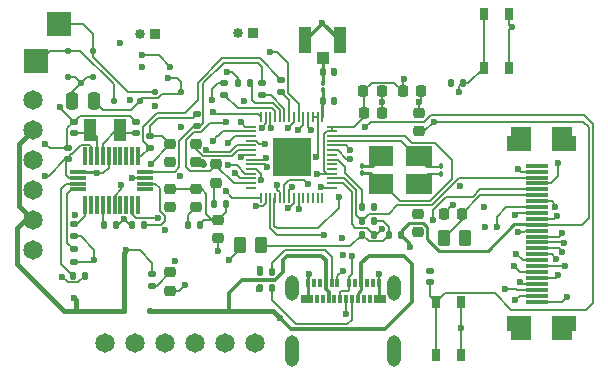
<source format=gbr>
%TF.GenerationSoftware,KiCad,Pcbnew,8.0.8*%
<<<<<<<< HEAD:Hardware/Gen3/OuterBoard/3.1/gerbers/OuterBoard_rev3.1-F_Cu.gbr
%TF.CreationDate,2025-02-18T00:43:55-08:00*%
========
%TF.CreationDate,2025-02-23T23:13:27-08:00*%
>>>>>>>> dcdd3553d01e5dd57f0d42a69398edb20d40e92e:Hardware/FabQuotes/JLCGen3/Gerber/OuterBoard_rev3.1-F_Cu.gbr
%TF.ProjectId,OuterBoard_rev3.1,4f757465-7242-46f6-9172-645f72657633,rev?*%
%TF.SameCoordinates,Original*%
%TF.FileFunction,Copper,L1,Top*%
%TF.FilePolarity,Positive*%
%FSLAX46Y46*%
G04 Gerber Fmt 4.6, Leading zero omitted, Abs format (unit mm)*
<<<<<<<< HEAD:Hardware/Gen3/OuterBoard/3.1/gerbers/OuterBoard_rev3.1-F_Cu.gbr
G04 Created by KiCad (PCBNEW 8.0.8) date 2025-02-18 00:43:55*
========
G04 Created by KiCad (PCBNEW 8.0.8) date 2025-02-23 23:13:27*
>>>>>>>> dcdd3553d01e5dd57f0d42a69398edb20d40e92e:Hardware/FabQuotes/JLCGen3/Gerber/OuterBoard_rev3.1-F_Cu.gbr
%MOMM*%
%LPD*%
G01*
G04 APERTURE LIST*
G04 Aperture macros list*
%AMRoundRect*
0 Rectangle with rounded corners*
0 $1 Rounding radius*
0 $2 $3 $4 $5 $6 $7 $8 $9 X,Y pos of 4 corners*
0 Add a 4 corners polygon primitive as box body*
4,1,4,$2,$3,$4,$5,$6,$7,$8,$9,$2,$3,0*
0 Add four circle primitives for the rounded corners*
1,1,$1+$1,$2,$3*
1,1,$1+$1,$4,$5*
1,1,$1+$1,$6,$7*
1,1,$1+$1,$8,$9*
0 Add four rect primitives between the rounded corners*
20,1,$1+$1,$2,$3,$4,$5,0*
20,1,$1+$1,$4,$5,$6,$7,0*
20,1,$1+$1,$6,$7,$8,$9,0*
20,1,$1+$1,$8,$9,$2,$3,0*%
%AMFreePoly0*
4,1,17,1.053536,0.803536,1.055000,0.800000,1.055000,-1.150000,1.053536,-1.153536,1.050000,-1.155000,-0.250000,-1.155000,-0.253536,-1.153536,-0.255000,-1.150000,-0.255000,-0.805000,-1.050000,-0.805000,-1.053536,-0.803536,-1.055000,-0.800000,-1.055000,0.800000,-1.053536,0.803536,-1.050000,0.805000,1.050000,0.805000,1.053536,0.803536,1.053536,0.803536,$1*%
%AMFreePoly1*
4,1,17,1.053536,0.803536,1.055000,0.800000,1.055000,-0.800000,1.053536,-0.803536,1.050000,-0.805000,0.255000,-0.805000,0.255000,-1.150000,0.253536,-1.153536,0.250000,-1.155000,-1.050000,-1.155000,-1.053536,-1.153536,-1.055000,-1.150000,-1.055000,0.800000,-1.053536,0.803536,-1.050000,0.805000,1.050000,0.805000,1.053536,0.803536,1.053536,0.803536,$1*%
G04 Aperture macros list end*
%TA.AperFunction,SMDPad,CuDef*%
%ADD10R,2.294000X1.682000*%
%TD*%
%TA.AperFunction,SMDPad,CuDef*%
%ADD11R,2.040000X1.682000*%
%TD*%
%TA.AperFunction,SMDPad,CuDef*%
%ADD12R,0.711200X0.990600*%
%TD*%
%TA.AperFunction,ComponentPad*%
%ADD13R,0.850000X0.850000*%
%TD*%
%TA.AperFunction,ComponentPad*%
%ADD14C,0.850000*%
%TD*%
%TA.AperFunction,SMDPad,CuDef*%
%ADD15RoundRect,0.225000X-0.225000X-0.250000X0.225000X-0.250000X0.225000X0.250000X-0.225000X0.250000X0*%
%TD*%
%TA.AperFunction,ComponentPad*%
%ADD16C,1.650000*%
%TD*%
%TA.AperFunction,SMDPad,CuDef*%
%ADD17RoundRect,0.100000X0.100000X-0.130000X0.100000X0.130000X-0.100000X0.130000X-0.100000X-0.130000X0*%
%TD*%
%TA.AperFunction,SMDPad,CuDef*%
%ADD18RoundRect,0.140000X-0.170000X0.140000X-0.170000X-0.140000X0.170000X-0.140000X0.170000X0.140000X0*%
%TD*%
%TA.AperFunction,SMDPad,CuDef*%
%ADD19RoundRect,0.225000X0.250000X-0.225000X0.250000X0.225000X-0.250000X0.225000X-0.250000X-0.225000X0*%
%TD*%
%TA.AperFunction,SMDPad,CuDef*%
%ADD20RoundRect,0.140000X0.170000X-0.140000X0.170000X0.140000X-0.170000X0.140000X-0.170000X-0.140000X0*%
%TD*%
%TA.AperFunction,SMDPad,CuDef*%
%ADD21RoundRect,0.225000X-0.250000X0.225000X-0.250000X-0.225000X0.250000X-0.225000X0.250000X0.225000X0*%
%TD*%
%TA.AperFunction,SMDPad,CuDef*%
%ADD22R,1.050000X2.200000*%
%TD*%
%TA.AperFunction,SMDPad,CuDef*%
%ADD23R,1.050000X1.000000*%
%TD*%
%TA.AperFunction,SMDPad,CuDef*%
%ADD24RoundRect,0.135000X0.135000X0.185000X-0.135000X0.185000X-0.135000X-0.185000X0.135000X-0.185000X0*%
%TD*%
%TA.AperFunction,SMDPad,CuDef*%
%ADD25RoundRect,0.218750X0.256250X-0.218750X0.256250X0.218750X-0.256250X0.218750X-0.256250X-0.218750X0*%
%TD*%
%TA.AperFunction,SMDPad,CuDef*%
%ADD26RoundRect,0.135000X-0.135000X-0.185000X0.135000X-0.185000X0.135000X0.185000X-0.135000X0.185000X0*%
%TD*%
%TA.AperFunction,SMDPad,CuDef*%
%ADD27R,1.968000X0.312000*%
%TD*%
%TA.AperFunction,SMDPad,CuDef*%
%ADD28R,1.968000X0.300000*%
%TD*%
%TA.AperFunction,SMDPad,CuDef*%
%ADD29FreePoly0,270.000000*%
%TD*%
%TA.AperFunction,SMDPad,CuDef*%
%ADD30FreePoly0,90.000000*%
%TD*%
%TA.AperFunction,SMDPad,CuDef*%
%ADD31FreePoly1,90.000000*%
%TD*%
%TA.AperFunction,SMDPad,CuDef*%
%ADD32FreePoly1,270.000000*%
%TD*%
%TA.AperFunction,SMDPad,CuDef*%
%ADD33RoundRect,0.100000X-0.100000X0.130000X-0.100000X-0.130000X0.100000X-0.130000X0.100000X0.130000X0*%
%TD*%
%TA.AperFunction,SMDPad,CuDef*%
%ADD34RoundRect,0.125000X-0.125000X0.125000X-0.125000X-0.125000X0.125000X-0.125000X0.125000X0.125000X0*%
%TD*%
%TA.AperFunction,SMDPad,CuDef*%
%ADD35RoundRect,0.135000X0.185000X-0.135000X0.185000X0.135000X-0.185000X0.135000X-0.185000X-0.135000X0*%
%TD*%
%TA.AperFunction,SMDPad,CuDef*%
%ADD36RoundRect,0.125000X0.125000X0.125000X-0.125000X0.125000X-0.125000X-0.125000X0.125000X-0.125000X0*%
%TD*%
%TA.AperFunction,SMDPad,CuDef*%
%ADD37RoundRect,0.218750X-0.256250X0.218750X-0.256250X-0.218750X0.256250X-0.218750X0.256250X0.218750X0*%
%TD*%
%TA.AperFunction,SMDPad,CuDef*%
%ADD38RoundRect,0.250000X0.262500X0.450000X-0.262500X0.450000X-0.262500X-0.450000X0.262500X-0.450000X0*%
%TD*%
%TA.AperFunction,SMDPad,CuDef*%
%ADD39RoundRect,0.140000X-0.140000X-0.170000X0.140000X-0.170000X0.140000X0.170000X-0.140000X0.170000X0*%
%TD*%
%TA.AperFunction,ComponentPad*%
%ADD40R,2.000000X2.000000*%
%TD*%
%TA.AperFunction,SMDPad,CuDef*%
%ADD41RoundRect,0.140000X0.140000X0.170000X-0.140000X0.170000X-0.140000X-0.170000X0.140000X-0.170000X0*%
%TD*%
%TA.AperFunction,SMDPad,CuDef*%
%ADD42R,0.300000X1.494000*%
%TD*%
%TA.AperFunction,SMDPad,CuDef*%
%ADD43R,1.456000X0.300000*%
%TD*%
%TA.AperFunction,SMDPad,CuDef*%
%ADD44RoundRect,0.135000X-0.185000X0.135000X-0.185000X-0.135000X0.185000X-0.135000X0.185000X0.135000X0*%
%TD*%
%TA.AperFunction,SMDPad,CuDef*%
%ADD45RoundRect,0.125000X-0.125000X-0.125000X0.125000X-0.125000X0.125000X0.125000X-0.125000X0.125000X0*%
%TD*%
%TA.AperFunction,SMDPad,CuDef*%
%ADD46R,1.100000X1.900000*%
%TD*%
%TA.AperFunction,SMDPad,CuDef*%
%ADD47RoundRect,0.250000X0.250000X0.475000X-0.250000X0.475000X-0.250000X-0.475000X0.250000X-0.475000X0*%
%TD*%
%TA.AperFunction,SMDPad,CuDef*%
%ADD48RoundRect,0.225000X0.225000X0.250000X-0.225000X0.250000X-0.225000X-0.250000X0.225000X-0.250000X0*%
%TD*%
%TA.AperFunction,SMDPad,CuDef*%
%ADD49RoundRect,0.050000X-0.050000X0.387500X-0.050000X-0.387500X0.050000X-0.387500X0.050000X0.387500X0*%
%TD*%
%TA.AperFunction,SMDPad,CuDef*%
%ADD50RoundRect,0.050000X-0.387500X0.050000X-0.387500X-0.050000X0.387500X-0.050000X0.387500X0.050000X0*%
%TD*%
%TA.AperFunction,HeatsinkPad*%
%ADD51R,3.200000X3.200000*%
%TD*%
%TA.AperFunction,SMDPad,CuDef*%
%ADD52R,0.330200X0.762000*%
%TD*%
%TA.AperFunction,SMDPad,CuDef*%
%ADD53R,1.041400X0.762000*%
%TD*%
%TA.AperFunction,ComponentPad*%
%ADD54O,1.168400X2.159000*%
%TD*%
%TA.AperFunction,ComponentPad*%
%ADD55O,1.168400X2.667000*%
%TD*%
%TA.AperFunction,ViaPad*%
%ADD56C,0.600000*%
%TD*%
%TA.AperFunction,Conductor*%
%ADD57C,0.300000*%
%TD*%
%TA.AperFunction,Conductor*%
%ADD58C,0.200000*%
%TD*%
%TA.AperFunction,Conductor*%
%ADD59C,0.254000*%
%TD*%
%TA.AperFunction,Conductor*%
%ADD60C,0.400000*%
%TD*%
G04 APERTURE END LIST*
D10*
%TO.P,Y2,1,1*%
%TO.N,Net-(U9-XTAL_N)*%
X142155800Y-88158400D03*
D11*
%TO.P,Y2,2,GND*%
%TO.N,GND*%
X138988800Y-88158400D03*
%TO.P,Y2,3,3*%
%TO.N,Net-(U9-XTAL_P)*%
X138988800Y-90540400D03*
D10*
%TO.P,Y2,4,GND*%
%TO.N,GND*%
X142155800Y-90540400D03*
%TD*%
D12*
%TO.P,SW3,1,1*%
%TO.N,CHIP_EN*%
X143611600Y-105003600D03*
%TO.P,SW3,2,2*%
X143611600Y-100503598D03*
%TO.P,SW3,3,3*%
%TO.N,GND*%
X145761598Y-105003600D03*
%TO.P,SW3,4,4*%
X145761598Y-100503598D03*
%TD*%
%TO.P,SW1,1,1*%
%TO.N,GPIO0*%
X147667401Y-80659801D03*
%TO.P,SW1,2,2*%
X147667401Y-76159799D03*
%TO.P,SW1,3,3*%
%TO.N,GND*%
X149817399Y-80659801D03*
%TO.P,SW1,4,4*%
X149817399Y-76159799D03*
%TD*%
D13*
%TO.P,J4,1,1*%
%TO.N,+BATT2*%
X128117600Y-77749400D03*
D14*
%TO.P,J4,2,2*%
%TO.N,GNDPWR*%
X126867600Y-77749400D03*
%TD*%
D13*
%TO.P,J3,1,1*%
%TO.N,+BATT1*%
X119837200Y-77800200D03*
D14*
%TO.P,J3,2,2*%
%TO.N,GNDPWR*%
X118587200Y-77800200D03*
%TD*%
D15*
%TO.P,C32,1*%
%TO.N,+3.3V*%
X137464200Y-82677000D03*
%TO.P,C32,2*%
%TO.N,GND*%
X139014200Y-82677000D03*
%TD*%
D16*
%TO.P,J2,1*%
%TO.N,GPIO45*%
X115620800Y-104013000D03*
%TO.P,J2,2*%
%TO.N,GPIO46*%
X118160800Y-104013000D03*
%TO.P,J2,3*%
%TO.N,IO21{slash}USER_LED*%
X120700800Y-104013000D03*
%TO.P,J2,4*%
%TO.N,D10{slash}A10{slash}MOSI*%
X123240800Y-104013000D03*
%TO.P,J2,5*%
%TO.N,D9{slash}A9{slash}MISO*%
X125780800Y-104013000D03*
%TO.P,J2,6*%
%TO.N,D8{slash}A8{slash}SCK*%
X128320800Y-104013000D03*
%TD*%
D17*
%TO.P,C43,1*%
%TO.N,Net-(U9-XTAL_P)*%
X137320000Y-89620000D03*
%TO.P,C43,2*%
%TO.N,GND*%
X137320000Y-88980000D03*
%TD*%
D18*
%TO.P,R13,1*%
%TO.N,+3.3V*%
X143078200Y-97868800D03*
%TO.P,R13,2*%
%TO.N,CHIP_EN*%
X143078200Y-98828800D03*
%TD*%
D19*
%TO.P,C9,1*%
%TO.N,+2V8*%
X142138400Y-86030400D03*
%TO.P,C9,2*%
%TO.N,GND*%
X142138400Y-84480400D03*
%TD*%
D20*
%TO.P,C31,1*%
%TO.N,Net-(U8-XOUT32)*%
X118217000Y-86230400D03*
%TO.P,C31,2*%
%TO.N,GND*%
X118217000Y-85270400D03*
%TD*%
D21*
%TO.P,C40,1*%
%TO.N,+3.3V*%
X123266200Y-87144600D03*
%TO.P,C40,2*%
%TO.N,GND*%
X123266200Y-88694600D03*
%TD*%
D22*
%TO.P,ANT1,GND1*%
%TO.N,GND*%
X132535000Y-78335000D03*
%TO.P,ANT1,GND2*%
X135485000Y-78335000D03*
D23*
%TO.P,ANT1,SIG*%
%TO.N,Net-(ANT1-PadSIG)*%
X134010000Y-79860000D03*
%TD*%
D21*
%TO.P,C39,1*%
%TO.N,+3.3V*%
X121132600Y-87144600D03*
%TO.P,C39,2*%
%TO.N,GND*%
X121132600Y-88694600D03*
%TD*%
D24*
%TO.P,R21,1*%
%TO.N,Net-(J5-PadB5)*%
X129743200Y-99314000D03*
%TO.P,R21,2*%
%TO.N,GND*%
X128723200Y-99314000D03*
%TD*%
D25*
%TO.P,D8,1,K*%
%TO.N,GND*%
X121107200Y-99568100D03*
%TO.P,D8,2,A*%
%TO.N,Net-(D8-A)*%
X121107200Y-97993100D03*
%TD*%
D21*
%TO.P,C37,1*%
%TO.N,+3.3V*%
X125145800Y-93560600D03*
%TO.P,C37,2*%
%TO.N,GND*%
X125145800Y-95110600D03*
%TD*%
D26*
%TO.P,R6,1*%
%TO.N,Net-(R6-Pad1)*%
X139670600Y-94818200D03*
%TO.P,R6,2*%
%TO.N,+2V8*%
X140690600Y-94818200D03*
%TD*%
D27*
%TO.P,J10,1,1*%
%TO.N,unconnected-(J10-Pad1)*%
X152171500Y-88972600D03*
D28*
%TO.P,J10,2,2*%
%TO.N,GND*%
X152171500Y-89466600D03*
%TO.P,J10,3,3*%
%TO.N,MTDO{slash}IO40{slash}CAM_SDA*%
X152171500Y-89966600D03*
%TO.P,J10,4,4*%
%TO.N,Net-(FB1-Pad2)*%
X152171500Y-90466600D03*
%TO.P,J10,5,5*%
%TO.N,MTCK{slash}IO39{slash}CAM_SCL*%
X152171500Y-90966600D03*
%TO.P,J10,6,6*%
%TO.N,CAM_RESET*%
X152171500Y-91466600D03*
%TO.P,J10,7,7*%
%TO.N,IO38{slash}DVP_VSYNC*%
X152171500Y-91966600D03*
%TO.P,J10,8,8*%
%TO.N,Net-(J10-Pad8)*%
X152171500Y-92466600D03*
%TO.P,J10,9,9*%
%TO.N,IO47{slash}DVP_HREF*%
X152171500Y-92966600D03*
%TO.P,J10,10,10*%
%TO.N,+1V8*%
X152171500Y-93466600D03*
%TO.P,J10,11,11*%
%TO.N,+2V8*%
X152171500Y-93966600D03*
%TO.P,J10,12,12*%
%TO.N,IO48{slash}DVP_Y9*%
X152171500Y-94466600D03*
%TO.P,J10,13,13*%
%TO.N,IO10{slash}XMCLK*%
X152171500Y-94966600D03*
%TO.P,J10,14,14*%
%TO.N,IO11{slash}DVP_Y8*%
X152171500Y-95466600D03*
%TO.P,J10,15,15*%
%TO.N,GND*%
X152171500Y-95966600D03*
%TO.P,J10,16,16*%
%TO.N,IO12{slash}DVP_Y7*%
X152171500Y-96466600D03*
%TO.P,J10,17,17*%
%TO.N,IO13{slash}DVP_PCLK*%
X152171500Y-96966600D03*
%TO.P,J10,18,18*%
%TO.N,IO14{slash}DVP_Y6*%
X152171500Y-97466600D03*
%TO.P,J10,19,19*%
%TO.N,IO15{slash}DVP_Y2*%
X152171500Y-97966600D03*
%TO.P,J10,20,20*%
%TO.N,IO16{slash}DVP_Y5*%
X152171500Y-98466600D03*
%TO.P,J10,21,21*%
%TO.N,IO17{slash}DVP_Y3*%
X152171500Y-98966600D03*
%TO.P,J10,22,22*%
%TO.N,IO18{slash}DVP_Y4*%
X152171500Y-99466600D03*
%TO.P,J10,23,23*%
%TO.N,GND*%
X152171500Y-99966600D03*
%TO.P,J10,24,24*%
%TO.N,Net-(D7-K)*%
X152171500Y-100466600D03*
D29*
%TO.P,J10,S1*%
%TO.N,N/C*%
X150787500Y-86716600D03*
D30*
X154298500Y-102717600D03*
D31*
%TO.P,J10,S2*%
X154298500Y-86717600D03*
D32*
X150787500Y-102716600D03*
%TD*%
D33*
%TO.P,C45,1*%
%TO.N,Net-(U9-XTAL_N)*%
X144060000Y-89020000D03*
%TO.P,C45,2*%
%TO.N,GND*%
X144060000Y-89660000D03*
%TD*%
D34*
%TO.P,D2,1,K*%
%TO.N,Net-(D2-K)*%
X114554000Y-79222600D03*
%TO.P,D2,2,A*%
%TO.N,GNDPWR*%
X114554000Y-81422600D03*
%TD*%
D35*
%TO.P,R3,1*%
%TO.N,D3{slash}A3*%
X128879600Y-83009200D03*
%TO.P,R3,2*%
%TO.N,BNO_SCL*%
X128879600Y-81989200D03*
%TD*%
D15*
%TO.P,C42,1*%
%TO.N,+3.3V*%
X137502600Y-84505800D03*
%TO.P,C42,2*%
%TO.N,GND*%
X139052600Y-84505800D03*
%TD*%
D36*
%TO.P,D3,1,K*%
%TO.N,VCC*%
X118516400Y-83464400D03*
%TO.P,D3,2,A*%
%TO.N,Net-(D1-K)*%
X116316400Y-83464400D03*
%TD*%
D35*
%TO.P,R20,1*%
%TO.N,D5{slash}I2C_SCL*%
X125704600Y-82983800D03*
%TO.P,R20,2*%
%TO.N,BNO_RST*%
X125704600Y-81963800D03*
%TD*%
D24*
%TO.P,R7,1*%
%TO.N,Net-(R6-Pad1)*%
X138379200Y-93624400D03*
%TO.P,R7,2*%
%TO.N,MTDO{slash}IO40{slash}CAM_SDA*%
X137359200Y-93624400D03*
%TD*%
%TO.P,R26,1*%
%TO.N,Net-(J5-PadA5)*%
X129743200Y-97967800D03*
%TO.P,R26,2*%
%TO.N,GND*%
X128723200Y-97967800D03*
%TD*%
D37*
%TO.P,D9,1,K*%
%TO.N,IO21{slash}USER_LED*%
X124993400Y-88849200D03*
%TO.P,D9,2,A*%
%TO.N,Net-(D9-A)*%
X124993400Y-90424200D03*
%TD*%
D20*
%TO.P,C30,1*%
%TO.N,Net-(U8-XIN32)*%
X112933800Y-86207600D03*
%TO.P,C30,2*%
%TO.N,GND*%
X112933800Y-85247600D03*
%TD*%
D38*
%TO.P,R8,1*%
%TO.N,Net-(R6-Pad1)*%
X128832500Y-95680000D03*
%TO.P,R8,2*%
%TO.N,+3.3V*%
X127007500Y-95680000D03*
%TD*%
D39*
%TO.P,C29,1*%
%TO.N,Net-(U8-CAP)*%
X115521800Y-94005400D03*
%TO.P,C29,2*%
%TO.N,GND*%
X116481800Y-94005400D03*
%TD*%
D40*
%TO.P,TP1,1,1*%
%TO.N,Net-(D1-K)*%
X109728000Y-80137000D03*
%TD*%
D41*
%TO.P,C41,1*%
%TO.N,+3.3V*%
X123593800Y-93954600D03*
%TO.P,C41,2*%
%TO.N,GND*%
X122633800Y-93954600D03*
%TD*%
D21*
%TO.P,C36,1*%
%TO.N,+3.3V*%
X121132600Y-90954600D03*
%TO.P,C36,2*%
%TO.N,GND*%
X121132600Y-92504600D03*
%TD*%
D24*
%TO.P,R22,1*%
%TO.N,+3.3V*%
X113893600Y-98272600D03*
%TO.P,R22,2*%
%TO.N,Net-(U8-NBOOT_LOAD_PIN)*%
X112873600Y-98272600D03*
%TD*%
D26*
%TO.P,R31,1*%
%TO.N,Net-(U9-U0TXD)*%
X137361200Y-92456000D03*
%TO.P,R31,2*%
%TO.N,TX_D6*%
X138381200Y-92456000D03*
%TD*%
D19*
%TO.P,C18,1*%
%TO.N,+3.3V*%
X142087600Y-94577200D03*
%TO.P,C18,2*%
%TO.N,GND*%
X142087600Y-93027200D03*
%TD*%
D26*
%TO.P,R9,1*%
%TO.N,Net-(R6-Pad1)*%
X137361200Y-94792800D03*
%TO.P,R9,2*%
%TO.N,MTCK{slash}IO39{slash}CAM_SCL*%
X138381200Y-94792800D03*
%TD*%
D38*
%TO.P,R10,1*%
%TO.N,+3.3V*%
X146098900Y-95123000D03*
%TO.P,R10,2*%
%TO.N,CAM_RESET*%
X144273900Y-95123000D03*
%TD*%
D39*
%TO.P,R14,1*%
%TO.N,+3.3V*%
X144909600Y-81965800D03*
%TO.P,R14,2*%
%TO.N,GPIO0*%
X145869600Y-81965800D03*
%TD*%
D40*
%TO.P,TP2,1,1*%
%TO.N,Net-(D2-K)*%
X111683800Y-76962000D03*
%TD*%
D24*
%TO.P,R18,1*%
%TO.N,Net-(U8-COM3)*%
X118924800Y-94005400D03*
%TO.P,R18,2*%
%TO.N,GND*%
X117904800Y-94005400D03*
%TD*%
D42*
%TO.P,U8,1*%
%TO.N,N/C*%
X113900200Y-88184200D03*
D43*
%TO.P,U8,2,GND*%
%TO.N,GND*%
X113322200Y-89481200D03*
%TO.P,U8,3,VDD*%
%TO.N,+3.3V*%
X113322200Y-89981200D03*
%TO.P,U8,4,NBOOT_LOAD_PIN*%
%TO.N,Net-(U8-NBOOT_LOAD_PIN)*%
X113322200Y-90481200D03*
%TO.P,U8,5,PS1*%
%TO.N,Net-(U8-PS1)*%
X113322200Y-90981200D03*
D42*
%TO.P,U8,6,PS0*%
%TO.N,Net-(U8-PS0)*%
X113900200Y-92278200D03*
%TO.P,U8,7*%
%TO.N,N/C*%
X114400200Y-92278200D03*
%TO.P,U8,8*%
X114900200Y-92278200D03*
%TO.P,U8,9,CAP*%
%TO.N,Net-(U8-CAP)*%
X115400200Y-92278200D03*
%TO.P,U8,10,PIN10*%
%TO.N,unconnected-(U8-PIN10-Pad10)*%
X115900200Y-92278200D03*
%TO.P,U8,11,NRESET*%
%TO.N,BNO_RST*%
X116400200Y-92278200D03*
%TO.P,U8,12*%
%TO.N,N/C*%
X116900200Y-92278200D03*
%TO.P,U8,13*%
X117400200Y-92278200D03*
%TO.P,U8,14,INT*%
%TO.N,BNO_INT*%
X117900200Y-92278200D03*
%TO.P,U8,15,PIN15*%
%TO.N,unconnected-(U8-PIN15-Pad15)*%
X118400200Y-92278200D03*
D43*
%TO.P,U8,16,PIN16*%
%TO.N,unconnected-(U8-PIN16-Pad16)*%
X118978200Y-90981200D03*
%TO.P,U8,17,COM3*%
%TO.N,Net-(U8-COM3)*%
X118978200Y-90481200D03*
%TO.P,U8,18,COM2*%
%TO.N,GND*%
X118978200Y-89981200D03*
%TO.P,U8,19,COM1*%
%TO.N,BNO_SCL*%
X118978200Y-89481200D03*
D42*
%TO.P,U8,20,COM0*%
%TO.N,BNO_SDA*%
X118400200Y-88184200D03*
%TO.P,U8,21*%
%TO.N,N/C*%
X117900200Y-88184200D03*
%TO.P,U8,22*%
X117400200Y-88184200D03*
%TO.P,U8,23*%
X116900200Y-88184200D03*
%TO.P,U8,24*%
X116400200Y-88184200D03*
%TO.P,U8,25,GNDIO*%
%TO.N,GND*%
X115900200Y-88184200D03*
%TO.P,U8,26,XOUT32*%
%TO.N,Net-(U8-XOUT32)*%
X115400200Y-88184200D03*
%TO.P,U8,27,XIN32*%
%TO.N,Net-(U8-XIN32)*%
X114900200Y-88184200D03*
%TO.P,U8,28,VDDIO*%
%TO.N,+3.3V*%
X114400200Y-88184200D03*
%TD*%
D17*
%TO.P,L1,1,1*%
%TO.N,Net-(U9-LNA_IN)*%
X134010000Y-82580000D03*
%TO.P,L1,2,2*%
%TO.N,Net-(ANT1-PadSIG)*%
X134010000Y-81940000D03*
%TD*%
D26*
%TO.P,R15,1*%
%TO.N,Net-(D9-A)*%
X124837000Y-92202000D03*
%TO.P,R15,2*%
%TO.N,+3.3V*%
X125857000Y-92202000D03*
%TD*%
D44*
%TO.P,R16,1*%
%TO.N,Net-(U8-PS1)*%
X112953800Y-96060800D03*
%TO.P,R16,2*%
%TO.N,GND*%
X112953800Y-97080800D03*
%TD*%
D24*
%TO.P,R2,1*%
%TO.N,D4{slash}I2C_SDA*%
X127840200Y-81991200D03*
%TO.P,R2,2*%
%TO.N,BNO_INT*%
X126820200Y-81991200D03*
%TD*%
D34*
%TO.P,D1,1,K*%
%TO.N,Net-(D1-K)*%
X112420400Y-79222600D03*
%TO.P,D1,2,A*%
%TO.N,GNDPWR*%
X112420400Y-81422600D03*
%TD*%
D39*
%TO.P,C35,1*%
%TO.N,Net-(U9-LNA_IN)*%
X134015600Y-83515200D03*
%TO.P,C35,2*%
%TO.N,GND*%
X134975600Y-83515200D03*
%TD*%
D35*
%TO.P,R23,1*%
%TO.N,Net-(D8-A)*%
X119583200Y-99114800D03*
%TO.P,R23,2*%
%TO.N,VDC*%
X119583200Y-98094800D03*
%TD*%
D15*
%TO.P,C17,1*%
%TO.N,+3.3V*%
X140779200Y-82677000D03*
%TO.P,C17,2*%
%TO.N,GND*%
X142329200Y-82677000D03*
%TD*%
D35*
%TO.P,R19,1*%
%TO.N,D2{slash}A2*%
X130530600Y-82755200D03*
%TO.P,R19,2*%
%TO.N,BNO_SDA*%
X130530600Y-81735200D03*
%TD*%
D45*
%TO.P,D5,1,K*%
%TO.N,VDC*%
X117162400Y-101244400D03*
%TO.P,D5,2,A*%
%TO.N,+5V*%
X119362400Y-101244400D03*
%TD*%
D44*
%TO.P,R17,1*%
%TO.N,Net-(U8-PS0)*%
X112953800Y-93927200D03*
%TO.P,R17,2*%
%TO.N,GND*%
X112953800Y-94947200D03*
%TD*%
D46*
%TO.P,Y1,1*%
%TO.N,Net-(U8-XOUT32)*%
X116820000Y-85928200D03*
%TO.P,Y1,2*%
%TO.N,Net-(U8-XIN32)*%
X114320000Y-85928200D03*
%TD*%
D47*
%TO.P,C1,1*%
%TO.N,VCC*%
X114691200Y-83464400D03*
%TO.P,C1,2*%
%TO.N,GNDPWR*%
X112791200Y-83464400D03*
%TD*%
D39*
%TO.P,C33,1*%
%TO.N,Net-(ANT1-PadSIG)*%
X134015600Y-81000000D03*
%TO.P,C33,2*%
%TO.N,GND*%
X134975600Y-81000000D03*
%TD*%
D36*
%TO.P,D4,1,K*%
%TO.N,VCC*%
X121996200Y-82727800D03*
%TO.P,D4,2,A*%
%TO.N,Net-(D2-K)*%
X119796200Y-82727800D03*
%TD*%
D44*
%TO.P,R12,1*%
%TO.N,+3.3V*%
X119380000Y-86459600D03*
%TO.P,R12,2*%
%TO.N,BNO_SDA*%
X119380000Y-87479600D03*
%TD*%
D21*
%TO.P,C34,1*%
%TO.N,+3.3V*%
X123266200Y-90954600D03*
%TO.P,C34,2*%
%TO.N,GND*%
X123266200Y-92504600D03*
%TD*%
D44*
%TO.P,R11,1*%
%TO.N,+3.3V*%
X123342400Y-84556600D03*
%TO.P,R11,2*%
%TO.N,BNO_SCL*%
X123342400Y-85576600D03*
%TD*%
D20*
%TO.P,C28,1*%
%TO.N,+3.3V*%
X112420400Y-88440200D03*
%TO.P,C28,2*%
%TO.N,GND*%
X112420400Y-87480200D03*
%TD*%
D48*
%TO.P,C15,1*%
%TO.N,CAM_RESET*%
X145822000Y-93014800D03*
%TO.P,C15,2*%
%TO.N,GND*%
X144272000Y-93014800D03*
%TD*%
D16*
%TO.P,J1,1*%
%TO.N,GNDPWR*%
X109524800Y-96113600D03*
%TO.P,J1,2*%
%TO.N,VDC*%
X109524800Y-93573600D03*
%TO.P,J1,3*%
%TO.N,D1{slash}A1*%
X109524800Y-91033600D03*
%TO.P,J1,4*%
%TO.N,GNDPWR*%
X109524800Y-88493600D03*
%TO.P,J1,5*%
%TO.N,VDC*%
X109524800Y-85953600D03*
%TO.P,J1,6*%
%TO.N,D0{slash}A0*%
X109524800Y-83413600D03*
%TD*%
D49*
%TO.P,U9,1,LNA_IN*%
%TO.N,Net-(U9-LNA_IN)*%
X133987500Y-84811300D03*
%TO.P,U9,2,VDD3P3*%
%TO.N,Net-(C38-Pad1)*%
X133587500Y-84811300D03*
%TO.P,U9,3,VDD3P3*%
X133187500Y-84811300D03*
%TO.P,U9,4,CHIP_PU*%
%TO.N,CHIP_EN*%
X132787500Y-84811300D03*
%TO.P,U9,5,GPIO0*%
%TO.N,GPIO0*%
X132387500Y-84811300D03*
%TO.P,U9,6,GPIO1*%
%TO.N,D0{slash}A0*%
X131987500Y-84811300D03*
%TO.P,U9,7,GPIO2*%
%TO.N,D1{slash}A1*%
X131587500Y-84811300D03*
%TO.P,U9,8,GPIO3*%
%TO.N,D2{slash}A2*%
X131187500Y-84811300D03*
%TO.P,U9,9,GPIO4*%
%TO.N,D3{slash}A3*%
X130787500Y-84811300D03*
%TO.P,U9,10,GPIO5*%
%TO.N,D4{slash}I2C_SDA*%
X130387500Y-84811300D03*
%TO.P,U9,11,GPIO6*%
%TO.N,D5{slash}I2C_SCL*%
X129987500Y-84811300D03*
%TO.P,U9,12,GPIO7*%
%TO.N,D8{slash}A8{slash}SCK*%
X129587500Y-84811300D03*
%TO.P,U9,13,GPIO8*%
%TO.N,D9{slash}A9{slash}MISO*%
X129187500Y-84811300D03*
%TO.P,U9,14,GPIO9*%
%TO.N,D10{slash}A10{slash}MOSI*%
X128787500Y-84811300D03*
D50*
%TO.P,U9,15,GPIO10*%
%TO.N,IO10{slash}XMCLK*%
X127950000Y-85648800D03*
%TO.P,U9,16,GPIO11*%
%TO.N,IO11{slash}DVP_Y8*%
X127950000Y-86048800D03*
%TO.P,U9,17,GPIO12*%
%TO.N,IO12{slash}DVP_Y7*%
X127950000Y-86448800D03*
%TO.P,U9,18,GPIO13*%
%TO.N,IO13{slash}DVP_PCLK*%
X127950000Y-86848800D03*
%TO.P,U9,19,GPIO14*%
%TO.N,IO14{slash}DVP_Y6*%
X127950000Y-87248800D03*
%TO.P,U9,20,VDD3P3_RTC*%
%TO.N,+3.3V*%
X127950000Y-87648800D03*
%TO.P,U9,21,XTAL_32K_P*%
%TO.N,IO15{slash}DVP_Y2*%
X127950000Y-88048800D03*
%TO.P,U9,22,XTAL_32K_N*%
%TO.N,IO16{slash}DVP_Y5*%
X127950000Y-88448800D03*
%TO.P,U9,23,GPIO17*%
%TO.N,IO17{slash}DVP_Y3*%
X127950000Y-88848800D03*
%TO.P,U9,24,GPIO18*%
%TO.N,IO18{slash}DVP_Y4*%
X127950000Y-89248800D03*
%TO.P,U9,25,GPIO19*%
%TO.N,USB_DN*%
X127950000Y-89648800D03*
%TO.P,U9,26,GPIO20*%
%TO.N,USB_DP*%
X127950000Y-90048800D03*
%TO.P,U9,27,GPIO21*%
%TO.N,IO21{slash}USER_LED*%
X127950000Y-90448800D03*
%TO.P,U9,28,SPICS1*%
%TO.N,unconnected-(U9-SPICS1-Pad28)*%
X127950000Y-90848800D03*
D49*
%TO.P,U9,29,VDD_SPI*%
%TO.N,VDD_SPI*%
X128787500Y-91686300D03*
%TO.P,U9,30,SPIHD*%
%TO.N,SPIHD*%
X129187500Y-91686300D03*
%TO.P,U9,31,SPIWP*%
%TO.N,SPIWP*%
X129587500Y-91686300D03*
%TO.P,U9,32,SPICS0*%
%TO.N,SPICS0*%
X129987500Y-91686300D03*
%TO.P,U9,33,SPICLK*%
%TO.N,SPICLK*%
X130387500Y-91686300D03*
%TO.P,U9,34,SPIQ*%
%TO.N,SPIQ*%
X130787500Y-91686300D03*
%TO.P,U9,35,SPID*%
%TO.N,SPID*%
X131187500Y-91686300D03*
%TO.P,U9,36,SPICLK_N*%
%TO.N,IO48{slash}DVP_Y9*%
X131587500Y-91686300D03*
%TO.P,U9,37,SPICLK_P*%
%TO.N,IO47{slash}DVP_HREF*%
X131987500Y-91686300D03*
%TO.P,U9,38,GPIO33*%
%TO.N,GPIO33*%
X132387500Y-91686300D03*
%TO.P,U9,39,GPIO34*%
%TO.N,GPIO34*%
X132787500Y-91686300D03*
%TO.P,U9,40,GPIO35*%
%TO.N,GPIO35*%
X133187500Y-91686300D03*
%TO.P,U9,41,GPIO36*%
%TO.N,GPIO36*%
X133587500Y-91686300D03*
%TO.P,U9,42,GPIO37*%
%TO.N,GPIO37*%
X133987500Y-91686300D03*
D50*
%TO.P,U9,43,GPIO38*%
%TO.N,IO38{slash}DVP_VSYNC*%
X134825000Y-90848800D03*
%TO.P,U9,44,MTCK*%
%TO.N,MTCK{slash}IO39{slash}CAM_SCL*%
X134825000Y-90448800D03*
%TO.P,U9,45,MTDO*%
%TO.N,MTDO{slash}IO40{slash}CAM_SDA*%
X134825000Y-90048800D03*
%TO.P,U9,46,VDD3P3_CPU*%
%TO.N,+3.3V*%
X134825000Y-89648800D03*
%TO.P,U9,47,MTDI*%
%TO.N,MTDI{slash}IO41{slash}PDM_DATA*%
X134825000Y-89248800D03*
%TO.P,U9,48,MTMS*%
%TO.N,MTMS{slash}IO42{slash}PDM_CLK*%
X134825000Y-88848800D03*
%TO.P,U9,49,U0TXD*%
%TO.N,Net-(U9-U0TXD)*%
X134825000Y-88448800D03*
%TO.P,U9,50,U0RXD*%
%TO.N,RX_D7*%
X134825000Y-88048800D03*
%TO.P,U9,51,GPIO45*%
%TO.N,GPIO45*%
X134825000Y-87648800D03*
%TO.P,U9,52,GPIO46*%
%TO.N,GPIO46*%
X134825000Y-87248800D03*
%TO.P,U9,53,XTAL_N*%
%TO.N,Net-(U9-XTAL_N)*%
X134825000Y-86848800D03*
%TO.P,U9,54,XTAL_P*%
%TO.N,Net-(U9-XTAL_P)*%
X134825000Y-86448800D03*
%TO.P,U9,55,VDDA*%
%TO.N,+3.3V*%
X134825000Y-86048800D03*
%TO.P,U9,56,VDDA*%
X134825000Y-85648800D03*
D51*
%TO.P,U9,57,GND*%
%TO.N,GND*%
X131387500Y-88248800D03*
%TD*%
D52*
%TO.P,J5,A1,A1*%
%TO.N,GND*%
X132770000Y-98940299D03*
%TO.P,J5,A2,A2*%
%TO.N,unconnected-(J5-PadA2)*%
X133269999Y-98940299D03*
%TO.P,J5,A3,A3*%
%TO.N,unconnected-(J5-PadA3)*%
X133770001Y-98940299D03*
%TO.P,J5,A4,A4*%
%TO.N,+5V*%
X134270000Y-98940299D03*
%TO.P,J5,A5,A5*%
%TO.N,Net-(J5-PadA5)*%
X134769999Y-98940299D03*
%TO.P,J5,A6,A6*%
%TO.N,USB_DP*%
X135270000Y-98940299D03*
%TO.P,J5,A7,A7*%
%TO.N,USB_DN*%
X136270000Y-98940299D03*
%TO.P,J5,A8,A8*%
%TO.N,unconnected-(J5-PadA8)*%
X136770001Y-98940299D03*
%TO.P,J5,A9,A9*%
%TO.N,+5V*%
X137270000Y-98940299D03*
%TO.P,J5,A10,A10*%
%TO.N,unconnected-(J5-PadA10)*%
X137769999Y-98940299D03*
%TO.P,J5,A11,A11*%
%TO.N,unconnected-(J5-PadA11)*%
X138270001Y-98940299D03*
%TO.P,J5,A12,A12*%
%TO.N,GND*%
X138770000Y-98940299D03*
D53*
%TO.P,J5,B12,B12*%
X132670000Y-100240301D03*
D52*
%TO.P,J5,B11,B11*%
%TO.N,unconnected-(J5-PadB11)*%
X133519999Y-100240301D03*
%TO.P,J5,B10,B10*%
%TO.N,unconnected-(J5-PadB10)*%
X134020001Y-100240301D03*
%TO.P,J5,B9,B9*%
%TO.N,+5V*%
X134520000Y-100240301D03*
%TO.P,J5,B8,B8*%
%TO.N,unconnected-(J5-PadB8)*%
X135019999Y-100240301D03*
%TO.P,J5,B7,B7*%
%TO.N,USB_DN*%
X135520000Y-100240301D03*
%TO.P,J5,B6,B6*%
%TO.N,USB_DP*%
X136020000Y-100240301D03*
%TO.P,J5,B5,B5*%
%TO.N,Net-(J5-PadB5)*%
X136520001Y-100240301D03*
%TO.P,J5,B4,B4*%
%TO.N,+5V*%
X137020000Y-100240301D03*
%TO.P,J5,B3,B3*%
%TO.N,unconnected-(J5-PadB3)*%
X137519999Y-100240301D03*
%TO.P,J5,B2,B2*%
%TO.N,unconnected-(J5-PadB2)*%
X138020001Y-100240301D03*
D53*
%TO.P,J5,B1,B1*%
%TO.N,GND*%
X138870000Y-100240301D03*
D54*
%TO.P,J5,27*%
%TO.N,N/C*%
X131449998Y-99319300D03*
%TO.P,J5,28*%
X140090002Y-99319300D03*
D55*
%TO.P,J5,25*%
X131449998Y-104679300D03*
%TO.P,J5,26*%
X140090002Y-104679300D03*
%TD*%
D56*
%TO.N,GND*%
X132860000Y-98100000D03*
X138780000Y-98160000D03*
%TO.N,USB_DP*%
X135962801Y-101549200D03*
X135712200Y-97890000D03*
%TO.N,GND*%
X147726400Y-94157800D03*
X114935000Y-89611200D03*
X121132600Y-92504600D03*
X142111489Y-93007223D03*
X121488200Y-97002600D03*
X145669000Y-90678000D03*
X154263252Y-96239441D03*
X123910000Y-88790000D03*
X120802400Y-88646600D03*
X110540800Y-87096600D03*
X150320000Y-100336400D03*
X145084800Y-92284600D03*
X150571200Y-89230200D03*
X113030000Y-93116400D03*
X128730000Y-97690000D03*
X142028800Y-90476900D03*
X147650200Y-92456000D03*
X117889684Y-89981291D03*
X123266200Y-92532200D03*
X131069477Y-88457575D03*
X111749000Y-84037600D03*
X139238800Y-88206400D03*
X122047000Y-85648800D03*
X128652394Y-99384806D03*
X114681000Y-96926400D03*
X125196600Y-96164400D03*
X122351800Y-99034600D03*
X135661400Y-95097600D03*
X139065000Y-83540600D03*
X134970000Y-83510000D03*
X117201071Y-93477539D03*
X134970000Y-80990000D03*
X134000000Y-76850000D03*
X145770600Y-102743000D03*
X121943122Y-89829707D03*
X142189200Y-83540600D03*
X150012400Y-77241400D03*
%TO.N,VCC*%
X120954800Y-81538800D03*
%TO.N,+2V8*%
X143408400Y-85242400D03*
X141452600Y-95885000D03*
%TO.N,VDC*%
X117396700Y-96139000D03*
X113004600Y-100152200D03*
X121107200Y-80568800D03*
X118688700Y-79618800D03*
%TO.N,Net-(D7-K)*%
X154686000Y-100101400D03*
%TO.N,+3.3V*%
X140944600Y-81584800D03*
X123266200Y-90954600D03*
X126100000Y-96920000D03*
X120802400Y-87096600D03*
X146098900Y-95123000D03*
X111988600Y-98348800D03*
X144909600Y-81965800D03*
X142087600Y-94589600D03*
X119483800Y-88793400D03*
X123153000Y-87031400D03*
X133527800Y-89662000D03*
X110515400Y-89814400D03*
X143078200Y-97866200D03*
%TO.N,+1V8*%
X153847800Y-93192600D03*
X120700800Y-94411800D03*
%TO.N,Net-(C38-Pad1)*%
X133444702Y-88239600D03*
%TO.N,+5V*%
X130429000Y-101879400D03*
%TO.N,IO21{slash}USER_LED*%
X125830000Y-85308799D03*
%TO.N,Net-(FB1-Pad2)*%
X153949400Y-88722200D03*
%TO.N,USB_DP*%
X135712200Y-96520000D03*
X126586400Y-89603665D03*
%TO.N,USB_DN*%
X136525000Y-96570800D03*
X125984000Y-88900000D03*
%TO.N,MTCK{slash}IO39{slash}CAM_SCL*%
X139013899Y-94285101D03*
X143370000Y-93550000D03*
%TO.N,IO38{slash}DVP_VSYNC*%
X133858000Y-90728800D03*
X153725086Y-92450272D03*
%TO.N,Net-(J10-Pad8)*%
X148742400Y-94183200D03*
%TO.N,IO47{slash}DVP_HREF*%
X131987500Y-92597090D03*
X150342600Y-93141800D03*
%TO.N,IO48{slash}DVP_Y9*%
X131054076Y-92574211D03*
X150520400Y-94564200D03*
%TO.N,IO10{slash}XMCLK*%
X127127615Y-85308799D03*
X154300000Y-94700000D03*
%TO.N,IO11{slash}DVP_Y8*%
X124715600Y-86848296D03*
X154440000Y-95490000D03*
%TO.N,IO12{slash}DVP_Y7*%
X153810000Y-96840000D03*
X125984000Y-87020400D03*
%TO.N,IO13{slash}DVP_PCLK*%
X129164567Y-87102167D03*
X150418800Y-96443800D03*
%TO.N,IO14{slash}DVP_Y6*%
X154514600Y-97455000D03*
X124160450Y-87606201D03*
%TO.N,IO15{slash}DVP_Y2*%
X127076200Y-88206000D03*
X150215600Y-97434400D03*
%TO.N,IO16{slash}DVP_Y5*%
X153970000Y-98240000D03*
X129235200Y-88288500D03*
%TO.N,IO17{slash}DVP_Y3*%
X129330301Y-89044545D03*
X150710000Y-98792400D03*
%TO.N,IO18{slash}DVP_Y4*%
X149450000Y-99441000D03*
X128839742Y-90170878D03*
%TO.N,CHIP_EN*%
X133030300Y-85939200D03*
X137591800Y-85725000D03*
%TO.N,BNO_INT*%
X120091200Y-93421200D03*
X125933200Y-81049800D03*
%TO.N,D1{slash}A1*%
X131108400Y-85750400D03*
%TO.N,D0{slash}A0*%
X129592400Y-79324200D03*
%TO.N,GPIO0*%
X131953000Y-85928200D03*
X145592800Y-82753200D03*
%TO.N,BNO_RST*%
X116967000Y-90601800D03*
X124661600Y-83439000D03*
%TO.N,D8{slash}A8{slash}SCK*%
X129641600Y-85750400D03*
%TO.N,D9{slash}A9{slash}MISO*%
X128843704Y-85733896D03*
%TO.N,D10{slash}A10{slash}MOSI*%
X124714000Y-84404200D03*
%TO.N,VDD_SPI*%
X125830000Y-91135200D03*
%TO.N,SPIHD*%
X128357314Y-92410849D03*
%TO.N,SPIWP*%
X134162800Y-94818200D03*
%TO.N,SPICS0*%
X135432900Y-91643200D03*
%TO.N,SPICLK*%
X130149600Y-90576400D03*
%TO.N,SPIQ*%
X132791200Y-90500200D03*
%TO.N,SPID*%
X131445000Y-90754200D03*
%TO.N,GNDPWR*%
X118688700Y-80568800D03*
X117668297Y-83398103D03*
X127345704Y-83494601D03*
X113583130Y-81940400D03*
X119820552Y-83885375D03*
X116890800Y-78536800D03*
%TO.N,GPIO45*%
X136304681Y-88357976D03*
%TO.N,GPIO46*%
X136330000Y-87606000D03*
%TD*%
D57*
%TO.N,+5V*%
X126090000Y-101244400D02*
X126090000Y-99760000D01*
X126090000Y-99760000D02*
X127210000Y-98640000D01*
X127210000Y-98640000D02*
X130013320Y-98640000D01*
X130676000Y-96942200D02*
X131008200Y-96610000D01*
X130676000Y-97977320D02*
X130676000Y-96942200D01*
X130013320Y-98640000D02*
X130676000Y-97977320D01*
X131008200Y-96610000D02*
X133910000Y-96610000D01*
X133910000Y-96610000D02*
X134270000Y-96970000D01*
X134270000Y-96970000D02*
X134270000Y-98940299D01*
D58*
%TO.N,Net-(J5-PadB5)*%
X129743200Y-99314000D02*
X129743200Y-100353200D01*
X136515201Y-102004799D02*
X136515201Y-100245101D01*
X129743200Y-100353200D02*
X131797600Y-102407600D01*
X131797600Y-102407600D02*
X136112400Y-102407600D01*
X136112400Y-102407600D02*
X136515201Y-102004799D01*
X136515201Y-100245101D02*
X136520001Y-100240301D01*
%TO.N,USB_DP*%
X135712200Y-97890000D02*
X135270000Y-98332200D01*
X135270000Y-98332200D02*
X135270000Y-98940299D01*
%TO.N,USB_DN*%
X136270000Y-98940299D02*
X136270000Y-98389400D01*
X136270000Y-98389400D02*
X136510000Y-98149400D01*
X136510000Y-96585800D02*
X136525000Y-96570800D01*
X136510000Y-98149400D02*
X136510000Y-96585800D01*
D59*
%TO.N,GND*%
X132770000Y-98190000D02*
X132860000Y-98100000D01*
X132770000Y-98940299D02*
X132770000Y-98190000D01*
D58*
X138780000Y-98930299D02*
X138770000Y-98940299D01*
X138780000Y-98160000D02*
X138780000Y-98930299D01*
D59*
X138770000Y-98940299D02*
X138770000Y-100140301D01*
X138770000Y-100140301D02*
X138870000Y-100240301D01*
X132770000Y-98940299D02*
X132770000Y-100140301D01*
X132770000Y-100140301D02*
X132670000Y-100240301D01*
D58*
%TO.N,USB_DN*%
X135520000Y-100240301D02*
X135520000Y-99689401D01*
X136270000Y-99510000D02*
X136270000Y-98940299D01*
X135520000Y-99689401D02*
X135602500Y-99606901D01*
X135602500Y-99606901D02*
X136173099Y-99606901D01*
X136173099Y-99606901D02*
X136270000Y-99510000D01*
%TO.N,USB_DP*%
X136020000Y-101492001D02*
X135962801Y-101549200D01*
X136020000Y-100240301D02*
X136020000Y-101492001D01*
D57*
%TO.N,+5V*%
X130429000Y-101879400D02*
X131359600Y-102810000D01*
X141605000Y-100507800D02*
X141605000Y-97282000D01*
X139302800Y-102810000D02*
X141605000Y-100507800D01*
X141605000Y-97282000D02*
X140893800Y-96570800D01*
X131359600Y-102810000D02*
X139302800Y-102810000D01*
X140893800Y-96570800D02*
X137909200Y-96570800D01*
X137909200Y-96570800D02*
X137270000Y-97210000D01*
X137270000Y-97210000D02*
X137270000Y-98940299D01*
D58*
%TO.N,Net-(J5-PadA5)*%
X134246200Y-96135800D02*
X134769999Y-96659599D01*
X134769999Y-96659599D02*
X134769999Y-98940299D01*
D60*
%TO.N,+5V*%
X125160000Y-101244400D02*
X126090000Y-101244400D01*
X126090000Y-101244400D02*
X129794000Y-101244400D01*
D57*
X134270000Y-98940299D02*
X134270000Y-99439400D01*
X134270000Y-99439400D02*
X134520000Y-99689400D01*
X134520000Y-99689400D02*
X134520000Y-100240301D01*
D58*
X125921192Y-101244400D02*
X125160000Y-101244400D01*
D59*
X137020000Y-100240301D02*
X137020000Y-99720699D01*
X137020000Y-99720699D02*
X137270000Y-99470699D01*
X137270000Y-99470699D02*
X137270000Y-98940299D01*
D58*
%TO.N,GND*%
X145761598Y-105003600D02*
X145761598Y-102752002D01*
X131387500Y-88248800D02*
X131387500Y-88246300D01*
X111749000Y-84037600D02*
X111749000Y-84062800D01*
D59*
X142087600Y-93027200D02*
X142091512Y-93027200D01*
D58*
X149817399Y-77046399D02*
X150012400Y-77241400D01*
X116673210Y-94005400D02*
X116481800Y-94005400D01*
X150807600Y-89466600D02*
X150571200Y-89230200D01*
D59*
X114935000Y-89611200D02*
X114805000Y-89481200D01*
D58*
X150689800Y-99966600D02*
X152171500Y-99966600D01*
X131069477Y-88457575D02*
X131278252Y-88248800D01*
X122633800Y-93164600D02*
X123266200Y-92532200D01*
D57*
X134975600Y-81000000D02*
X134975600Y-80995600D01*
D56*
X123814600Y-88694600D02*
X123910000Y-88790000D01*
<<<<<<<< HEAD:Hardware/Gen3/OuterBoard/3.1/gerbers/OuterBoard_rev3.1-F_Cu.gbr
========
D59*
X134975600Y-83515200D02*
X134975200Y-83515200D01*
D58*
>>>>>>>> dcdd3553d01e5dd57f0d42a69398edb20d40e92e:Hardware/FabQuotes/JLCGen3/Gerber/OuterBoard_rev3.1-F_Cu.gbr
X142329200Y-83400600D02*
X142189200Y-83540600D01*
X139052600Y-84505800D02*
X139052600Y-83553000D01*
X121132600Y-88694600D02*
X120850400Y-88694600D01*
X110540800Y-87096600D02*
X110924400Y-87480200D01*
X145761598Y-102733998D02*
X145770600Y-102743000D01*
X149817399Y-80659801D02*
X149817399Y-77436401D01*
X145084800Y-92284600D02*
X145002200Y-92284600D01*
X142028800Y-90476900D02*
X142828500Y-89677200D01*
X113455600Y-84725800D02*
X112933800Y-85247600D01*
X112371400Y-85810000D02*
X112371400Y-87431200D01*
<<<<<<<< HEAD:Hardware/Gen3/OuterBoard/3.1/gerbers/OuterBoard_rev3.1-F_Cu.gbr
D57*
X135485000Y-78335000D02*
X134000000Y-76850000D01*
========
D59*
>>>>>>>> dcdd3553d01e5dd57f0d42a69398edb20d40e92e:Hardware/FabQuotes/JLCGen3/Gerber/OuterBoard_rev3.1-F_Cu.gbr
X134975600Y-80995600D02*
X134970000Y-80990000D01*
D58*
X121818300Y-99568100D02*
X122351800Y-99034600D01*
D59*
X142091512Y-93027200D02*
X142111489Y-93007223D01*
D58*
X131387500Y-88246300D02*
X131394200Y-88239600D01*
X139014200Y-83489800D02*
X139065000Y-83540600D01*
X142828500Y-89677200D02*
X144042800Y-89677200D01*
D59*
X132535000Y-78335000D02*
X132535000Y-78315000D01*
D58*
X120850400Y-88694600D02*
X120802400Y-88646600D01*
<<<<<<<< HEAD:Hardware/Gen3/OuterBoard/3.1/gerbers/OuterBoard_rev3.1-F_Cu.gbr
D57*
X134975600Y-83515200D02*
X134975200Y-83515200D01*
D56*
========
D59*
X134975600Y-81000000D02*
X134975600Y-80995600D01*
D58*
>>>>>>>> dcdd3553d01e5dd57f0d42a69398edb20d40e92e:Hardware/FabQuotes/JLCGen3/Gerber/OuterBoard_rev3.1-F_Cu.gbr
X128652394Y-99384806D02*
X128723200Y-99314000D01*
X110924400Y-87480200D02*
X112420400Y-87480200D01*
X125145800Y-96113600D02*
X125196600Y-96164400D01*
X121107200Y-99568100D02*
X121818300Y-99568100D01*
X149817399Y-76159799D02*
X149817399Y-77046399D01*
X150320000Y-100336400D02*
X150689800Y-99966600D01*
X128723200Y-97967800D02*
X128723200Y-97696800D01*
X153990411Y-95966600D02*
X152171500Y-95966600D01*
X139014200Y-82677000D02*
X139014200Y-83489800D01*
X117889684Y-89981291D02*
X117889775Y-89981200D01*
X115900200Y-89131200D02*
X115900200Y-88184200D01*
X117672400Y-84725800D02*
X118217000Y-85270400D01*
X152171500Y-89466600D02*
X150807600Y-89466600D01*
X112953800Y-94947200D02*
X113565400Y-94947200D01*
X111749000Y-84062800D02*
X112933800Y-85247600D01*
X115420200Y-89611200D02*
X115900200Y-89131200D01*
X112953800Y-97080800D02*
X114526600Y-97080800D01*
X114526600Y-97080800D02*
X114681000Y-96926400D01*
X144042800Y-89677200D02*
X144060000Y-89660000D01*
X123266200Y-88694600D02*
X123814600Y-88694600D01*
D59*
X114805000Y-89481200D02*
X113322200Y-89481200D01*
D58*
X117201071Y-93477539D02*
X116673210Y-94005400D01*
<<<<<<<< HEAD:Hardware/Gen3/OuterBoard/3.1/gerbers/OuterBoard_rev3.1-F_Cu.gbr
========
D59*
X135490000Y-78340000D02*
X135485000Y-78335000D01*
D58*
>>>>>>>> dcdd3553d01e5dd57f0d42a69398edb20d40e92e:Hardware/FabQuotes/JLCGen3/Gerber/OuterBoard_rev3.1-F_Cu.gbr
X142138400Y-83591400D02*
X142189200Y-83540600D01*
X128723200Y-97696800D02*
X128730000Y-97690000D01*
X114681000Y-96062800D02*
X114681000Y-96926400D01*
X142138400Y-84480400D02*
X142138400Y-83591400D01*
X142329200Y-82677000D02*
X142329200Y-83400600D01*
X131278252Y-88248800D02*
X131387500Y-88248800D01*
X145002200Y-92284600D02*
X144272000Y-93014800D01*
X117672400Y-84725800D02*
X113455600Y-84725800D01*
D59*
X138167200Y-88980000D02*
X138988800Y-88158400D01*
D58*
X117889775Y-89981200D02*
X118978200Y-89981200D01*
X125145800Y-95110600D02*
X125145800Y-96113600D01*
X154263252Y-96239441D02*
X153990411Y-95966600D01*
X145761598Y-102752002D02*
X145770600Y-102743000D01*
X113565400Y-94947200D02*
X114681000Y-96062800D01*
X122633800Y-93954600D02*
X122633800Y-93164600D01*
X117201071Y-93477539D02*
X117728932Y-94005400D01*
X112371400Y-85810000D02*
X112933800Y-85247600D01*
X128723200Y-97967800D02*
X128600200Y-97967800D01*
X149817399Y-77436401D02*
X150012400Y-77241400D01*
X123266200Y-92504600D02*
X123266200Y-92532200D01*
X117728932Y-94005400D02*
X117904800Y-94005400D01*
D59*
X134975200Y-83515200D02*
X134970000Y-83510000D01*
<<<<<<<< HEAD:Hardware/Gen3/OuterBoard/3.1/gerbers/OuterBoard_rev3.1-F_Cu.gbr
X132535000Y-78315000D02*
X134000000Y-76850000D01*
D56*
========
D58*
>>>>>>>> dcdd3553d01e5dd57f0d42a69398edb20d40e92e:Hardware/FabQuotes/JLCGen3/Gerber/OuterBoard_rev3.1-F_Cu.gbr
X139052600Y-83553000D02*
X139065000Y-83540600D01*
D59*
X137320000Y-88980000D02*
X138167200Y-88980000D01*
D58*
X112371400Y-87431200D02*
X112420400Y-87480200D01*
X114935000Y-89611200D02*
X115420200Y-89611200D01*
X145761598Y-100503598D02*
X145761598Y-102733998D01*
D59*
%TO.N,Net-(ANT1-PadSIG)*%
X134015600Y-81934400D02*
X134010000Y-81940000D01*
X134010000Y-79860000D02*
X134010000Y-80994400D01*
X134015600Y-81000000D02*
X134015600Y-81934400D01*
X134010000Y-80994400D02*
X134015600Y-81000000D01*
D58*
%TO.N,VCC*%
X120080988Y-83230200D02*
X120380188Y-82931000D01*
X114691200Y-83464400D02*
X115453200Y-84226400D01*
X121996200Y-81866200D02*
X121668800Y-81538800D01*
X118516400Y-83464400D02*
X118750600Y-83230200D01*
X115453200Y-84226400D02*
X117754400Y-84226400D01*
X117754400Y-84226400D02*
X118516400Y-83464400D01*
X118750600Y-83230200D02*
X120080988Y-83230200D01*
X120380188Y-82931000D02*
X121793000Y-82931000D01*
X121793000Y-82931000D02*
X121996200Y-82727800D01*
X121668800Y-81538800D02*
X120954800Y-81538800D01*
X121996200Y-82727800D02*
X121996200Y-81866200D01*
%TO.N,+2V8*%
X156057600Y-85242400D02*
X143408400Y-85242400D01*
X156543400Y-93418000D02*
X156543400Y-85728200D01*
X152171500Y-93966600D02*
X155994800Y-93966600D01*
X142138400Y-86030400D02*
X142620400Y-86030400D01*
X155994800Y-93966600D02*
X156543400Y-93418000D01*
D59*
X141452600Y-95580200D02*
X140690600Y-94818200D01*
X140690600Y-94498201D02*
X141341001Y-93847800D01*
D58*
X156543400Y-85728200D02*
X156057600Y-85242400D01*
D59*
X141341001Y-93847800D02*
X142552764Y-93847800D01*
X140690600Y-94818200D02*
X140690600Y-94498201D01*
X148030093Y-96164400D02*
X150259693Y-93934800D01*
X150259693Y-93934800D02*
X152139700Y-93934800D01*
X142552764Y-93847800D02*
X142842000Y-94137036D01*
D58*
X142620400Y-86030400D02*
X143408400Y-85242400D01*
D59*
X143840200Y-96164400D02*
X148030093Y-96164400D01*
X142842000Y-94137036D02*
X142842000Y-95166200D01*
X142842000Y-95166200D02*
X143840200Y-96164400D01*
X152139700Y-93934800D02*
X152171500Y-93966600D01*
X141452600Y-95885000D02*
X141452600Y-95580200D01*
D58*
%TO.N,VDC*%
X121107200Y-80568800D02*
X120157200Y-79618800D01*
D60*
X113157000Y-101244400D02*
X112115600Y-101244400D01*
X108347400Y-92396200D02*
X108347400Y-87131000D01*
D58*
X119583200Y-97205800D02*
X119583200Y-98094800D01*
D60*
X108788200Y-93573600D02*
X109524800Y-93573600D01*
X112115600Y-101244400D02*
X108127800Y-97256600D01*
X113157000Y-101244400D02*
X113157000Y-100304600D01*
D58*
X117396700Y-96139000D02*
X118516400Y-96139000D01*
D60*
X113157000Y-100304600D02*
X113004600Y-100152200D01*
X108127800Y-94234000D02*
X108788200Y-93573600D01*
D58*
X118516400Y-96139000D02*
X119583200Y-97205800D01*
D60*
X117162400Y-101244400D02*
X117162400Y-96373300D01*
X108347400Y-87131000D02*
X109524800Y-85953600D01*
X117162400Y-96373300D02*
X117396700Y-96139000D01*
X117162400Y-101244400D02*
X113157000Y-101244400D01*
X109524800Y-93573600D02*
X108347400Y-92396200D01*
X108127800Y-97256600D02*
X108127800Y-94234000D01*
D58*
X120157200Y-79618800D02*
X118688700Y-79618800D01*
%TO.N,Net-(D7-K)*%
X154686000Y-100101400D02*
X154320800Y-100466600D01*
X154320800Y-100466600D02*
X152171500Y-100466600D01*
%TO.N,+3.3V*%
X142087600Y-94577200D02*
X142087600Y-94589600D01*
X112749000Y-88012600D02*
X112420400Y-88341200D01*
X126330800Y-88163400D02*
X126845400Y-87648800D01*
X140051800Y-81949600D02*
X140779200Y-82677000D01*
X123901200Y-88163400D02*
X124531832Y-88163400D01*
X112245200Y-88440200D02*
X112420400Y-88440200D01*
X123266200Y-87144600D02*
X123266200Y-87528400D01*
X120447600Y-86459600D02*
X121132600Y-87144600D01*
X127007500Y-95680000D02*
X127007500Y-96012500D01*
X125857000Y-92849400D02*
X125145800Y-93560600D01*
X125857000Y-92202000D02*
X125857000Y-92849400D01*
X113588800Y-87172800D02*
X112982800Y-87778800D01*
X120081568Y-84886800D02*
X119380000Y-85588368D01*
X112318800Y-88541800D02*
X112420400Y-88440200D01*
X119380000Y-85588368D02*
X119380000Y-86459600D01*
X124155200Y-91338400D02*
X123771400Y-90954600D01*
X134811800Y-89662000D02*
X134825000Y-89648800D01*
X140779200Y-81750200D02*
X140944600Y-81584800D01*
X125454968Y-88163400D02*
X126330800Y-88163400D01*
X124624800Y-93560600D02*
X124155200Y-93091000D01*
X119380000Y-86459600D02*
X120447600Y-86459600D01*
X137464200Y-82677000D02*
X138191600Y-81949600D01*
X112982800Y-87778800D02*
X112982800Y-87786618D01*
X112484800Y-98845000D02*
X111988600Y-98348800D01*
X123342400Y-84556600D02*
X123012200Y-84886800D01*
X123012200Y-84886800D02*
X120081568Y-84886800D01*
X134825000Y-86048800D02*
X134825000Y-85648800D01*
X112420400Y-88341200D02*
X112420400Y-88440200D01*
X137502600Y-82715400D02*
X137464200Y-82677000D01*
X124531832Y-88163400D02*
X124535932Y-88159300D01*
X140779200Y-82677000D02*
X140779200Y-81750200D01*
X112564200Y-89981200D02*
X113322200Y-89981200D01*
X134135100Y-89425444D02*
X134135100Y-86272156D01*
X114400200Y-87298400D02*
X114274600Y-87172800D01*
X137502600Y-84823600D02*
X136677400Y-85648800D01*
X136677400Y-85648800D02*
X134825000Y-85648800D01*
X112318800Y-89735800D02*
X112564200Y-89981200D01*
X112318800Y-89735800D02*
X112318800Y-88541800D01*
X124155200Y-93091000D02*
X124155200Y-91338400D01*
X126845400Y-87648800D02*
X127950000Y-87648800D01*
X123974800Y-93573600D02*
X125132800Y-93573600D01*
X133527800Y-89662000D02*
X134811800Y-89662000D01*
X143078200Y-97868800D02*
X143078200Y-97866200D01*
X137502600Y-84505800D02*
X137502600Y-84823600D01*
X134135100Y-86272156D02*
X134358456Y-86048800D01*
X137502600Y-84505800D02*
X137502600Y-82715400D01*
X134831400Y-86055200D02*
X134825000Y-86048800D01*
X119483800Y-88793400D02*
X121132600Y-87144600D01*
X110515400Y-89814400D02*
X110871000Y-89814400D01*
X125132800Y-93573600D02*
X125145800Y-93560600D01*
X125450868Y-88159300D02*
X125454968Y-88163400D01*
X127007500Y-96012500D02*
X126100000Y-96920000D01*
X134825000Y-89648800D02*
X134358456Y-89648800D01*
X125145800Y-93560600D02*
X124624800Y-93560600D01*
X114274600Y-87172800D02*
X113588800Y-87172800D01*
X123593800Y-93954600D02*
X123974800Y-93573600D01*
X124535932Y-88159300D02*
X125450868Y-88159300D01*
X113893600Y-98272600D02*
X113321200Y-98845000D01*
X123771400Y-90954600D02*
X123266200Y-90954600D01*
X112756818Y-88012600D02*
X112749000Y-88012600D01*
X123266200Y-90954600D02*
X121132600Y-90954600D01*
X112982800Y-87786618D02*
X112756818Y-88012600D01*
X134358456Y-86048800D02*
X134825000Y-86048800D01*
X138191600Y-81949600D02*
X140051800Y-81949600D01*
X110871000Y-89814400D02*
X112245200Y-88440200D01*
X123266200Y-87528400D02*
X123901200Y-88163400D01*
X114400200Y-88184200D02*
X114400200Y-87298400D01*
X113321200Y-98845000D02*
X112484800Y-98845000D01*
X134358456Y-89648800D02*
X134135100Y-89425444D01*
%TO.N,CAM_RESET*%
X145822000Y-93574900D02*
X145822000Y-93014800D01*
X147370200Y-91466600D02*
X152171500Y-91466600D01*
X144273900Y-95123000D02*
X145822000Y-93574900D01*
X145822000Y-93014800D02*
X147370200Y-91466600D01*
%TO.N,+1V8*%
X153573800Y-93466600D02*
X153847800Y-93192600D01*
X152171500Y-93466600D02*
X153573800Y-93466600D01*
%TO.N,Net-(U8-CAP)*%
X115400200Y-93883800D02*
X115521800Y-94005400D01*
X115400200Y-92278200D02*
X115400200Y-93883800D01*
%TO.N,Net-(U8-XIN32)*%
X112933800Y-86207600D02*
X114040600Y-86207600D01*
X114900200Y-86508400D02*
X114900200Y-88184200D01*
X114040600Y-86207600D02*
X114320000Y-85928200D01*
X114320000Y-85928200D02*
X114900200Y-86508400D01*
%TO.N,Net-(U8-XOUT32)*%
X117122200Y-86230400D02*
X116820000Y-85928200D01*
X116560600Y-85928200D02*
X115400200Y-87088600D01*
X116820000Y-85928200D02*
X116560600Y-85928200D01*
X115400200Y-87088600D02*
X115400200Y-88184200D01*
X118217000Y-86230400D02*
X117122200Y-86230400D01*
%TO.N,Net-(U9-LNA_IN)*%
X134010400Y-83510000D02*
X134015600Y-83515200D01*
X133987500Y-83543300D02*
X134015600Y-83515200D01*
<<<<<<<< HEAD:Hardware/Gen3/OuterBoard/3.1/gerbers/OuterBoard_rev3.1-F_Cu.gbr
X134015600Y-83515200D02*
X134015600Y-82585600D01*
X134015600Y-82585600D02*
X134010000Y-82580000D01*
X133987500Y-84811300D02*
X133987500Y-83543300D01*
========
D59*
X134015600Y-83515200D02*
X134015600Y-82585600D01*
D58*
X134015600Y-82585600D02*
X134010000Y-82580000D01*
D59*
X133987500Y-84811300D02*
X133987500Y-83543300D01*
D58*
>>>>>>>> dcdd3553d01e5dd57f0d42a69398edb20d40e92e:Hardware/FabQuotes/JLCGen3/Gerber/OuterBoard_rev3.1-F_Cu.gbr
%TO.N,Net-(C38-Pad1)*%
X133587500Y-84811300D02*
X133587500Y-88096802D01*
X133587500Y-88096802D02*
X133444702Y-88239600D01*
X133587500Y-84811300D02*
X133187500Y-84811300D01*
%TO.N,Net-(U9-XTAL_P)*%
X143130000Y-91930000D02*
X144960000Y-90100000D01*
D59*
X137320000Y-89620000D02*
X138068400Y-89620000D01*
X138068400Y-89620000D02*
X138988800Y-90540400D01*
D58*
X139115800Y-90476900D02*
X140568900Y-91930000D01*
X141573400Y-87065000D02*
X140957200Y-86448800D01*
X144960000Y-90100000D02*
X144960000Y-88469800D01*
X143555200Y-87065000D02*
X141573400Y-87065000D01*
X140957200Y-86448800D02*
X134825000Y-86448800D01*
X140568900Y-91930000D02*
X143130000Y-91930000D01*
X144960000Y-88469800D02*
X143555200Y-87065000D01*
%TO.N,Net-(U9-XTAL_N)*%
X140671200Y-86848800D02*
X142859600Y-89037200D01*
X142859600Y-89037200D02*
X144042800Y-89037200D01*
X134825000Y-86848800D02*
X140671200Y-86848800D01*
X144042800Y-89037200D02*
X144060000Y-89020000D01*
%TO.N,Net-(D1-K)*%
X113487200Y-79222600D02*
X112420400Y-79222600D01*
X116316400Y-83464400D02*
X116316400Y-82051800D01*
X110896400Y-79222600D02*
X112420400Y-79222600D01*
X109728000Y-80137000D02*
X109982000Y-80137000D01*
X109982000Y-80137000D02*
X110896400Y-79222600D01*
X116316400Y-82051800D02*
X113487200Y-79222600D01*
%TO.N,Net-(D2-K)*%
X114554000Y-79781400D02*
X114554000Y-79222600D01*
X117500400Y-82727800D02*
X114554000Y-79781400D01*
X113715800Y-76962000D02*
X114554000Y-77800200D01*
X111683800Y-76962000D02*
X113715800Y-76962000D01*
X114554000Y-77800200D02*
X114554000Y-79222600D01*
X119796200Y-82727800D02*
X117500400Y-82727800D01*
D60*
%TO.N,+5V*%
X129794000Y-101244400D02*
X130429000Y-101879400D01*
X119362400Y-101244400D02*
X125160000Y-101244400D01*
D58*
%TO.N,IO21{slash}USER_LED*%
X122798000Y-89397000D02*
X122453400Y-89052400D01*
X124993400Y-88849200D02*
X124993400Y-88950800D01*
X124993400Y-88849200D02*
X124445600Y-89397000D01*
X124993400Y-88950800D02*
X126491400Y-90448800D01*
X124446608Y-85344000D02*
X125794799Y-85344000D01*
X123691608Y-86099000D02*
X124446608Y-85344000D01*
X122453400Y-89052400D02*
X122453400Y-86784800D01*
X123139200Y-86099000D02*
X123691608Y-86099000D01*
X125794799Y-85344000D02*
X125830000Y-85308799D01*
X124445600Y-89397000D02*
X122798000Y-89397000D01*
X122453400Y-86784800D02*
X123139200Y-86099000D01*
X126491400Y-90448800D02*
X127950000Y-90448800D01*
%TO.N,Net-(D9-A)*%
X124993400Y-90424200D02*
X124841000Y-90576600D01*
X124841000Y-90576600D02*
X124841000Y-92198000D01*
X124841000Y-92198000D02*
X124837000Y-92202000D01*
%TO.N,Net-(FB1-Pad2)*%
X153949400Y-89872700D02*
X153355500Y-90466600D01*
X153355500Y-90466600D02*
X152171500Y-90466600D01*
X153949400Y-88722200D02*
X153949400Y-89872700D01*
%TO.N,USB_DP*%
X127031535Y-90048800D02*
X127950000Y-90048800D01*
X126586400Y-89603665D02*
X127031535Y-90048800D01*
%TO.N,USB_DN*%
X126734656Y-88900000D02*
X125984000Y-88900000D01*
X127483456Y-89648800D02*
X126734656Y-88900000D01*
X127950000Y-89648800D02*
X127483456Y-89648800D01*
%TO.N,MTDO{slash}IO40{slash}CAM_SDA*%
X135847169Y-90048800D02*
X134825000Y-90048800D01*
X136838800Y-91040431D02*
X135847169Y-90048800D01*
X136838800Y-93104000D02*
X136838800Y-91040431D01*
X140328600Y-92310000D02*
X139610200Y-93028400D01*
X137955200Y-93028400D02*
X137359200Y-93624400D01*
X137359200Y-93624400D02*
X136838800Y-93104000D01*
X152171500Y-89966600D02*
X145599188Y-89966600D01*
X139610200Y-93028400D02*
X137955200Y-93028400D01*
X143255788Y-92310000D02*
X140328600Y-92310000D01*
X145599188Y-89966600D02*
X143255788Y-92310000D01*
%TO.N,MTCK{slash}IO39{slash}CAM_SCL*%
X146720631Y-91617800D02*
X147371831Y-90966600D01*
X136486400Y-91186400D02*
X135748800Y-90448800D01*
X137808800Y-94220400D02*
X136788800Y-94220400D01*
X136788800Y-94220400D02*
X136486400Y-93918000D01*
X143370000Y-92710000D02*
X144462200Y-91617800D01*
X138406600Y-94818200D02*
X138381200Y-94792800D01*
X138506200Y-94792800D02*
X139013899Y-94285101D01*
X138381200Y-94792800D02*
X138506200Y-94792800D01*
X147371831Y-90966600D02*
X152171500Y-90966600D01*
X144462200Y-91617800D02*
X146720631Y-91617800D01*
X136486400Y-93918000D02*
X136486400Y-91186400D01*
X143370000Y-93550000D02*
X143370000Y-92710000D01*
X138381200Y-94792800D02*
X137808800Y-94220400D01*
X135748800Y-90448800D02*
X134825000Y-90448800D01*
%TO.N,IO38{slash}DVP_VSYNC*%
X153725086Y-92257086D02*
X153434600Y-91966600D01*
X133978000Y-90848800D02*
X133858000Y-90728800D01*
X153725086Y-92450272D02*
X153725086Y-92257086D01*
X153434600Y-91966600D02*
X152171500Y-91966600D01*
X134825000Y-90848800D02*
X133978000Y-90848800D01*
%TO.N,Net-(J10-Pad8)*%
X148742400Y-93268800D02*
X149544600Y-92466600D01*
X149544600Y-92466600D02*
X152171500Y-92466600D01*
X148742400Y-94183200D02*
X148742400Y-93268800D01*
%TO.N,IO47{slash}DVP_HREF*%
X150517800Y-92966600D02*
X150342600Y-93141800D01*
X131987500Y-92597090D02*
X131987500Y-91686300D01*
X152171500Y-92966600D02*
X150517800Y-92966600D01*
%TO.N,IO48{slash}DVP_Y9*%
X152167500Y-94462600D02*
X152171500Y-94466600D01*
X131166133Y-92574211D02*
X131054076Y-92574211D01*
X151028400Y-94564200D02*
X151130000Y-94462600D01*
X131587500Y-91686300D02*
X131587500Y-92152844D01*
X151130000Y-94462600D02*
X152167500Y-94462600D01*
X150520400Y-94564200D02*
X151028400Y-94564200D01*
X131587500Y-92152844D02*
X131166133Y-92574211D01*
%TO.N,IO10{slash}XMCLK*%
X154300000Y-94700000D02*
X154033400Y-94966600D01*
X127467616Y-85648800D02*
X127127615Y-85308799D01*
X127950000Y-85648800D02*
X127467616Y-85648800D01*
X154033400Y-94966600D02*
X152171500Y-94966600D01*
%TO.N,IO11{slash}DVP_Y8*%
X125112496Y-86451400D02*
X125185767Y-86451400D01*
X154440000Y-95490000D02*
X154416600Y-95466600D01*
X125185767Y-86451400D02*
X125588367Y-86048800D01*
X154416600Y-95466600D02*
X152171500Y-95466600D01*
X125588367Y-86048800D02*
X127950000Y-86048800D01*
X124715600Y-86848296D02*
X125112496Y-86451400D01*
%TO.N,IO12{slash}DVP_Y7*%
X127950000Y-86448800D02*
X126555600Y-86448800D01*
X126555600Y-86448800D02*
X125984000Y-87020400D01*
X153810000Y-96840000D02*
X153436600Y-96466600D01*
X153436600Y-96466600D02*
X152171500Y-96466600D01*
%TO.N,IO13{slash}DVP_PCLK*%
X150941600Y-96966600D02*
X152171500Y-96966600D01*
X128669911Y-87102167D02*
X128416544Y-86848800D01*
X129164567Y-87102167D02*
X128669911Y-87102167D01*
X128416544Y-86848800D02*
X127950000Y-86848800D01*
X150418800Y-96443800D02*
X150941600Y-96966600D01*
%TO.N,IO14{slash}DVP_Y6*%
X124160450Y-87606201D02*
X124361149Y-87806900D01*
X126747032Y-87248800D02*
X127950000Y-87248800D01*
X126184832Y-87811000D02*
X126747032Y-87248800D01*
X125600937Y-87811000D02*
X126184832Y-87811000D01*
X154514600Y-97455000D02*
X154503000Y-97466600D01*
X154503000Y-97466600D02*
X152171500Y-97466600D01*
X125596837Y-87806900D02*
X125600937Y-87811000D01*
X124361149Y-87806900D02*
X125596837Y-87806900D01*
%TO.N,IO15{slash}DVP_Y2*%
X150215600Y-97434400D02*
X150747800Y-97966600D01*
X150747800Y-97966600D02*
X152171500Y-97966600D01*
X127950000Y-88048800D02*
X127233400Y-88048800D01*
X127233400Y-88048800D02*
X127076200Y-88206000D01*
%TO.N,IO16{slash}DVP_Y5*%
X127950000Y-88448800D02*
X129074900Y-88448800D01*
X153743400Y-98466600D02*
X152171500Y-98466600D01*
X127977334Y-88476134D02*
X127950000Y-88448800D01*
X153970000Y-98240000D02*
X153743400Y-98466600D01*
X129074900Y-88448800D02*
X129235200Y-88288500D01*
%TO.N,IO17{slash}DVP_Y3*%
X150710000Y-98792400D02*
X150884200Y-98966600D01*
X128801031Y-88848800D02*
X129134556Y-88848800D01*
X128801031Y-88848800D02*
X127950000Y-88848800D01*
X150884200Y-98966600D02*
X152171500Y-98966600D01*
X129134556Y-88848800D02*
X129330301Y-89044545D01*
%TO.N,IO18{slash}DVP_Y4*%
X150418800Y-99441000D02*
X150444400Y-99466600D01*
X128839742Y-89671998D02*
X128839742Y-90170878D01*
X150444400Y-99466600D02*
X152171500Y-99466600D01*
X128416544Y-89248800D02*
X128839742Y-89671998D01*
X149450000Y-99441000D02*
X150418800Y-99441000D01*
X127950000Y-89248800D02*
X128416544Y-89248800D01*
%TO.N,CHIP_EN*%
X149987000Y-101142800D02*
X148600098Y-99755898D01*
X156311600Y-101142800D02*
X149987000Y-101142800D01*
X137591800Y-85725000D02*
X138083600Y-85233200D01*
X144359300Y-99755898D02*
X143611600Y-100503598D01*
X156895800Y-100558600D02*
X156311600Y-101142800D01*
X156135400Y-84685200D02*
X156895800Y-85445600D01*
X148600098Y-99755898D02*
X144359300Y-99755898D01*
X142629600Y-85233200D02*
X143177600Y-84685200D01*
X138083600Y-85233200D02*
X142629600Y-85233200D01*
X133030300Y-85939200D02*
X132787500Y-85696400D01*
X143177600Y-84685200D02*
X156135400Y-84685200D01*
X143078200Y-99970198D02*
X143611600Y-100503598D01*
X156895800Y-85445600D02*
X156895800Y-100558600D01*
X143611600Y-105003600D02*
X143611600Y-100503598D01*
X143078200Y-98828800D02*
X143078200Y-99970198D01*
X132787500Y-85696400D02*
X132787500Y-84811300D01*
%TO.N,Net-(R6-Pad1)*%
X137933600Y-95365200D02*
X139123600Y-95365200D01*
X137361200Y-94792800D02*
X137933600Y-95365200D01*
X139141200Y-93624400D02*
X139670600Y-94153800D01*
X138379200Y-93624400D02*
X139141200Y-93624400D01*
X139123600Y-95365200D02*
X139670600Y-94818200D01*
X136370600Y-95783400D02*
X128935900Y-95783400D01*
X137361200Y-94792800D02*
X136370600Y-95783400D01*
X139670600Y-94153800D02*
X139670600Y-94818200D01*
X128935900Y-95783400D02*
X128832500Y-95680000D01*
%TO.N,Net-(U8-PS1)*%
X112777600Y-90981200D02*
X113322200Y-90981200D01*
X112381400Y-95488400D02*
X112381400Y-91377400D01*
X112953800Y-96060800D02*
X112381400Y-95488400D01*
X112381400Y-91377400D02*
X112777600Y-90981200D01*
%TO.N,Net-(U8-PS0)*%
X113900200Y-93225200D02*
X113198200Y-93927200D01*
X113198200Y-93927200D02*
X112953800Y-93927200D01*
X113900200Y-92278200D02*
X113900200Y-93225200D01*
%TO.N,Net-(U8-COM3)*%
X120218200Y-92760200D02*
X120218200Y-90881200D01*
X119818200Y-90481200D02*
X118978200Y-90481200D01*
X118924800Y-94005400D02*
X120319200Y-94005400D01*
X120648400Y-93676200D02*
X120648400Y-93190400D01*
X120648400Y-93190400D02*
X120218200Y-92760200D01*
X120218200Y-90881200D02*
X119818200Y-90481200D01*
X120319200Y-94005400D02*
X120648400Y-93676200D01*
%TO.N,BNO_SCL*%
X121894600Y-86845231D02*
X121894600Y-89088980D01*
X123914800Y-85313000D02*
X123651200Y-85576600D01*
X128879600Y-81989200D02*
X128879600Y-80582568D01*
X125679200Y-80238600D02*
X123914800Y-82003000D01*
X128535632Y-80238600D02*
X125679200Y-80238600D01*
X123651200Y-85576600D02*
X123342400Y-85576600D01*
X121894600Y-89088980D02*
X121502380Y-89481200D01*
X123163231Y-85576600D02*
X121894600Y-86845231D01*
X128879600Y-80582568D02*
X128535632Y-80238600D01*
X123914800Y-82003000D02*
X123914800Y-85313000D01*
X121502380Y-89481200D02*
X118978200Y-89481200D01*
X123342400Y-85576600D02*
X123163231Y-85576600D01*
%TO.N,BNO_SDA*%
X125536431Y-79883000D02*
X128678400Y-79883000D01*
X119380000Y-87479600D02*
X118807600Y-86907200D01*
X123494800Y-81924631D02*
X125536431Y-79883000D01*
X118807600Y-85662399D02*
X119964199Y-84505800D01*
X122402600Y-84505800D02*
X123494800Y-83413600D01*
X128678400Y-79883000D02*
X130530600Y-81735200D01*
X119964199Y-84505800D02*
X122402600Y-84505800D01*
X118675400Y-88184200D02*
X119380000Y-87479600D01*
X123494800Y-83413600D02*
X123494800Y-81924631D01*
X118400200Y-88184200D02*
X118675400Y-88184200D01*
X118807600Y-86907200D02*
X118807600Y-85662399D01*
%TO.N,BNO_INT*%
X126820200Y-81532000D02*
X126820200Y-81991200D01*
X120040400Y-93370400D02*
X118215400Y-93370400D01*
X117900200Y-93055200D02*
X117900200Y-92278200D01*
X120091200Y-93421200D02*
X120040400Y-93370400D01*
X125933200Y-81049800D02*
X126338000Y-81049800D01*
X126338000Y-81049800D02*
X126820200Y-81532000D01*
X118215400Y-93370400D02*
X117900200Y-93055200D01*
%TO.N,D3{slash}A3*%
X130787500Y-84148020D02*
X129648680Y-83009200D01*
X129648680Y-83009200D02*
X128879600Y-83009200D01*
X130787500Y-84811300D02*
X130787500Y-84148020D01*
%TO.N,D2{slash}A2*%
X130530600Y-82755200D02*
X131187500Y-83412100D01*
X131187500Y-83412100D02*
X131187500Y-84811300D01*
%TO.N,D1{slash}A1*%
X131587500Y-85277844D02*
X131587500Y-84811300D01*
X131114944Y-85750400D02*
X131587500Y-85277844D01*
X131108400Y-85750400D02*
X131114944Y-85750400D01*
%TO.N,D0{slash}A0*%
X130149600Y-79324200D02*
X131103000Y-80277600D01*
X129592400Y-79324200D02*
X130149600Y-79324200D01*
X131103000Y-80277600D02*
X131103000Y-82829232D01*
X131987500Y-83713732D02*
X131987500Y-84811300D01*
X131103000Y-82829232D02*
X131987500Y-83713732D01*
%TO.N,Net-(U9-U0TXD)*%
X137361200Y-92456000D02*
X137361200Y-91064462D01*
X135900000Y-89057256D02*
X135291544Y-88448800D01*
X137361200Y-91064462D02*
X135900000Y-89603262D01*
X135900000Y-89603262D02*
X135900000Y-89057256D01*
X135291544Y-88448800D02*
X134825000Y-88448800D01*
%TO.N,GPIO0*%
X132387500Y-85493700D02*
X131953000Y-85928200D01*
X145592800Y-82753200D02*
X145592800Y-82242600D01*
X145592800Y-82242600D02*
X145869600Y-81965800D01*
X146361402Y-81965800D02*
X147667401Y-80659801D01*
X147667401Y-76159799D02*
X147667401Y-80659801D01*
X132387500Y-84811300D02*
X132387500Y-85493700D01*
X145869600Y-81965800D02*
X146361402Y-81965800D01*
%TO.N,Net-(D8-A)*%
X119985500Y-99114800D02*
X121107200Y-97993100D01*
X119583200Y-99114800D02*
X119985500Y-99114800D01*
%TO.N,BNO_RST*%
X124661600Y-82500800D02*
X125198600Y-81963800D01*
X116400200Y-91501200D02*
X116400200Y-92278200D01*
X124661600Y-83439000D02*
X124661600Y-82500800D01*
X125198600Y-81963800D02*
X125704600Y-81963800D01*
X116967000Y-90601800D02*
X116967000Y-90934400D01*
X116967000Y-90934400D02*
X116400200Y-91501200D01*
%TO.N,D4{slash}I2C_SDA*%
X127840200Y-81991200D02*
X128016000Y-82167000D01*
X128298600Y-83696200D02*
X129837312Y-83696200D01*
X128016000Y-83413600D02*
X128298600Y-83696200D01*
X129837312Y-83696200D02*
X130387500Y-84246388D01*
X128016000Y-82167000D02*
X128016000Y-83413600D01*
X130387500Y-84246388D02*
X130387500Y-84811300D01*
%TO.N,D5{slash}I2C_SCL*%
X129987500Y-84811300D02*
X129987500Y-84344756D01*
X129987500Y-84344756D02*
X129742144Y-84099400D01*
X126820200Y-84099400D02*
X125704600Y-82983800D01*
X129742144Y-84099400D02*
X126820200Y-84099400D01*
%TO.N,D8{slash}A8{slash}SCK*%
X129641600Y-85750400D02*
X129587500Y-85696300D01*
X129587500Y-85696300D02*
X129587500Y-84811300D01*
%TO.N,D9{slash}A9{slash}MISO*%
X129187500Y-84811300D02*
X129187500Y-85390100D01*
X129187500Y-85390100D02*
X128843704Y-85733896D01*
%TO.N,D10{slash}A10{slash}MOSI*%
X124917200Y-84607400D02*
X124714000Y-84404200D01*
X128787500Y-84811300D02*
X128583600Y-84607400D01*
X128583600Y-84607400D02*
X124917200Y-84607400D01*
%TO.N,VDD_SPI*%
X125830000Y-91135200D02*
X126381100Y-91686300D01*
X126381100Y-91686300D02*
X128787500Y-91686300D01*
%TO.N,SPIHD*%
X128388363Y-92379800D02*
X128960544Y-92379800D01*
X128960544Y-92379800D02*
X129187500Y-92152844D01*
X129187500Y-92152844D02*
X129187500Y-91686300D01*
X128357314Y-92410849D02*
X128388363Y-92379800D01*
%TO.N,SPIWP*%
X134162800Y-94818200D02*
X130149600Y-94818200D01*
X130149600Y-94818200D02*
X129587500Y-94256100D01*
X129587500Y-94256100D02*
X129587500Y-91686300D01*
%TO.N,SPICS0*%
X129939900Y-91733900D02*
X129987500Y-91686300D01*
X130181500Y-94275600D02*
X129939900Y-94034000D01*
X129939900Y-94034000D02*
X129939900Y-91733900D01*
X135432900Y-92506700D02*
X133664000Y-94275600D01*
X135432900Y-91643200D02*
X135432900Y-92506700D01*
X133664000Y-94275600D02*
X130181500Y-94275600D01*
%TO.N,SPICLK*%
X130149600Y-90576400D02*
X130149600Y-90981856D01*
X130387500Y-91219756D02*
X130387500Y-91686300D01*
X130149600Y-90981856D02*
X130387500Y-91219756D01*
%TO.N,SPIQ*%
X132791200Y-90500200D02*
X132461000Y-90170000D01*
X132461000Y-90170000D02*
X131191000Y-90170000D01*
X131191000Y-90170000D02*
X130787500Y-90573500D01*
X130787500Y-90573500D02*
X130787500Y-91686300D01*
%TO.N,SPID*%
X131187500Y-91686300D02*
X131187500Y-91011700D01*
X131187500Y-91011700D02*
X131445000Y-90754200D01*
%TO.N,Net-(U8-NBOOT_LOAD_PIN)*%
X112312400Y-90481200D02*
X112969800Y-90481200D01*
X112873600Y-98272600D02*
X111887000Y-97286000D01*
X111887000Y-97286000D02*
X111887000Y-90906600D01*
X111887000Y-90906600D02*
X112312400Y-90481200D01*
%TO.N,GNDPWR*%
X114100930Y-81422600D02*
X114554000Y-81422600D01*
X113065330Y-81422600D02*
X112420400Y-81422600D01*
X113583130Y-81940400D02*
X114100930Y-81422600D01*
X113583130Y-81940400D02*
X113065330Y-81422600D01*
X112791200Y-82732330D02*
X112791200Y-83464400D01*
X113583130Y-81940400D02*
X112791200Y-82732330D01*
%TO.N,Net-(J5-PadA5)*%
X129743200Y-97246800D02*
X130854200Y-96135800D01*
X129743200Y-97967800D02*
X129743200Y-97246800D01*
X130854200Y-96135800D02*
X134246200Y-96135800D01*
%TO.N,GPIO45*%
X136304681Y-88357976D02*
X136000720Y-88357976D01*
X135291544Y-87648800D02*
X134825000Y-87648800D01*
X136000720Y-88357976D02*
X135291544Y-87648800D01*
%TO.N,GPIO46*%
X135972800Y-87248800D02*
X134825000Y-87248800D01*
X136330000Y-87606000D02*
X135972800Y-87248800D01*
%TD*%
M02*

</source>
